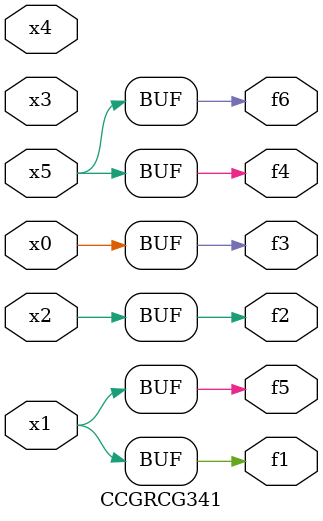
<source format=v>
module CCGRCG341(
	input x0, x1, x2, x3, x4, x5,
	output f1, f2, f3, f4, f5, f6
);
	assign f1 = x1;
	assign f2 = x2;
	assign f3 = x0;
	assign f4 = x5;
	assign f5 = x1;
	assign f6 = x5;
endmodule

</source>
